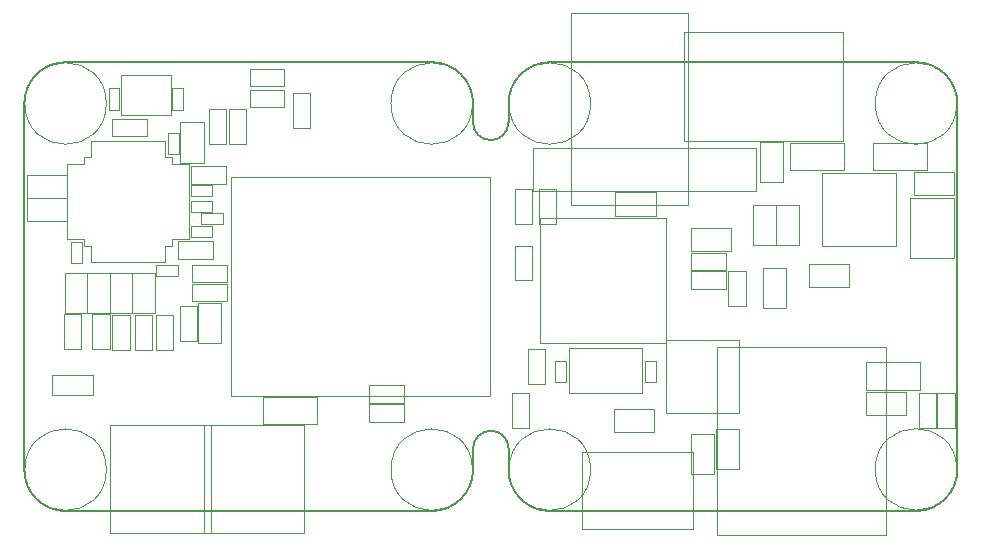
<source format=gbr>
%TF.GenerationSoftware,KiCad,Pcbnew,(6.0.1-0)*%
%TF.CreationDate,2022-02-22T17:31:55+01:00*%
%TF.ProjectId,ethersweep,65746865-7273-4776-9565-702e6b696361,2.0.1*%
%TF.SameCoordinates,Original*%
%TF.FileFunction,Other,User*%
%FSLAX46Y46*%
G04 Gerber Fmt 4.6, Leading zero omitted, Abs format (unit mm)*
G04 Created by KiCad (PCBNEW (6.0.1-0)) date 2022-02-22 17:31:55*
%MOMM*%
%LPD*%
G01*
G04 APERTURE LIST*
%TA.AperFunction,Profile*%
%ADD10C,0.150000*%
%TD*%
%ADD11C,0.050000*%
G04 APERTURE END LIST*
D10*
X184100000Y-31800000D02*
X184100000Y-30200000D01*
X184100000Y-60700000D02*
X184100000Y-59400000D01*
X180600000Y-26700000D02*
X149600000Y-26700000D01*
X149600000Y-26700000D02*
G75*
G03*
X146100000Y-30200000I-1J-3499999D01*
G01*
X184100000Y-30200000D02*
G75*
G03*
X180600000Y-26700000I-3499999J1D01*
G01*
X180600000Y-64700000D02*
G75*
G03*
X184100000Y-61200000I1J3499999D01*
G01*
X146100000Y-30200000D02*
X146100000Y-61200000D01*
X149600000Y-64700000D02*
X180600000Y-64700000D01*
X146100000Y-61200000D02*
G75*
G03*
X149600000Y-64700000I3499999J-1D01*
G01*
X184100000Y-61200000D02*
X184100000Y-60700000D01*
X225100000Y-61200000D02*
X225100000Y-30200000D01*
X190600000Y-64700000D02*
X221600000Y-64700000D01*
X187100000Y-61200000D02*
G75*
G03*
X190600000Y-64700000I3499999J-1D01*
G01*
X221600000Y-64700000D02*
G75*
G03*
X225100000Y-61200000I1J3499999D01*
G01*
X190600000Y-26700000D02*
G75*
G03*
X187100000Y-30200000I-1J-3499999D01*
G01*
X190600000Y-26700000D02*
X221600000Y-26700000D01*
X187100000Y-30200000D02*
X187100000Y-30700000D01*
X187100000Y-61200000D02*
X187100000Y-59400000D01*
X187100000Y-31800000D02*
X187100000Y-30700000D01*
X225100000Y-30200000D02*
G75*
G03*
X221600000Y-26700000I-3499999J1D01*
G01*
X184099404Y-31800002D02*
G75*
G03*
X187100000Y-31800000I1500298J-298D01*
G01*
X187100596Y-59399998D02*
G75*
G03*
X184100000Y-59400000I-1500298J298D01*
G01*
D11*
X159110000Y-44760000D02*
X157290000Y-44760000D01*
X157290000Y-43840000D02*
X159110000Y-43840000D01*
X157290000Y-44760000D02*
X157290000Y-43840000D01*
X159110000Y-43840000D02*
X159110000Y-44760000D01*
X150960000Y-41890000D02*
X150960000Y-43710000D01*
X150960000Y-43710000D02*
X150040000Y-43710000D01*
X150040000Y-41890000D02*
X150960000Y-41890000D01*
X150040000Y-43710000D02*
X150040000Y-41890000D01*
X161280000Y-35200000D02*
X159320000Y-35200000D01*
X159320000Y-31800000D02*
X161280000Y-31800000D01*
X161280000Y-31800000D02*
X161280000Y-35200000D01*
X159320000Y-35200000D02*
X159320000Y-31800000D01*
X148450000Y-54850000D02*
X148450000Y-53150000D01*
X151950000Y-53150000D02*
X151950000Y-54850000D01*
X151950000Y-54850000D02*
X148450000Y-54850000D01*
X148450000Y-53150000D02*
X151950000Y-53150000D01*
X185520000Y-36450000D02*
X163620000Y-36450000D01*
X163620000Y-36450000D02*
X163620000Y-54950000D01*
X163620000Y-54950000D02*
X185520000Y-54950000D01*
X185520000Y-54950000D02*
X185520000Y-36450000D01*
X184050000Y-30200000D02*
G75*
G03*
X184050000Y-30200000I-3450000J0D01*
G01*
X153050000Y-30200000D02*
G75*
G03*
X153050000Y-30200000I-3450000J0D01*
G01*
X153050000Y-61200000D02*
G75*
G03*
X153050000Y-61200000I-3450000J0D01*
G01*
X184050000Y-61200000D02*
G75*
G03*
X184050000Y-61200000I-3450000J0D01*
G01*
X175320000Y-57130000D02*
X175320000Y-55670000D01*
X178280000Y-57130000D02*
X175320000Y-57130000D01*
X178280000Y-55670000D02*
X178280000Y-57130000D01*
X175320000Y-55670000D02*
X178280000Y-55670000D01*
X158500000Y-31200000D02*
X158500000Y-27800000D01*
X154300000Y-31200000D02*
X158500000Y-31200000D01*
X158500000Y-27800000D02*
X154300000Y-27800000D01*
X154300000Y-27800000D02*
X154300000Y-31200000D01*
X160210000Y-38010000D02*
X160210000Y-37090000D01*
X160210000Y-37090000D02*
X162030000Y-37090000D01*
X162030000Y-37090000D02*
X162030000Y-38010000D01*
X162030000Y-38010000D02*
X160210000Y-38010000D01*
X151150000Y-41650000D02*
X151150000Y-42250000D01*
X158050000Y-43650000D02*
X154900000Y-43650000D01*
X151150000Y-35350000D02*
X151150000Y-34750000D01*
X160050000Y-41650000D02*
X158650000Y-41650000D01*
X158050000Y-33350000D02*
X154900000Y-33350000D01*
X158650000Y-35350000D02*
X158650000Y-34750000D01*
X160050000Y-38500000D02*
X160050000Y-35350000D01*
X158650000Y-42250000D02*
X158050000Y-42250000D01*
X149750000Y-38500000D02*
X149750000Y-35350000D01*
X151150000Y-42250000D02*
X151750000Y-42250000D01*
X158050000Y-34750000D02*
X158050000Y-33350000D01*
X149750000Y-38500000D02*
X149750000Y-41650000D01*
X158650000Y-41650000D02*
X158650000Y-42250000D01*
X151750000Y-33350000D02*
X154900000Y-33350000D01*
X151750000Y-43650000D02*
X154900000Y-43650000D01*
X160050000Y-35350000D02*
X158650000Y-35350000D01*
X151750000Y-42250000D02*
X151750000Y-43650000D01*
X158050000Y-42250000D02*
X158050000Y-43650000D01*
X149750000Y-41650000D02*
X151150000Y-41650000D01*
X149750000Y-35350000D02*
X151150000Y-35350000D01*
X151750000Y-34750000D02*
X151750000Y-33350000D01*
X151150000Y-34750000D02*
X151750000Y-34750000D01*
X160050000Y-38500000D02*
X160050000Y-41650000D01*
X158650000Y-34750000D02*
X158050000Y-34750000D01*
X163180000Y-36980000D02*
X160220000Y-36980000D01*
X160220000Y-36980000D02*
X160220000Y-35520000D01*
X163180000Y-35520000D02*
X163180000Y-36980000D01*
X160220000Y-35520000D02*
X163180000Y-35520000D01*
X175320000Y-54070000D02*
X178280000Y-54070000D01*
X178280000Y-54070000D02*
X178280000Y-55530000D01*
X175320000Y-55530000D02*
X175320000Y-54070000D01*
X178280000Y-55530000D02*
X175320000Y-55530000D01*
X154160000Y-28890000D02*
X154160000Y-30710000D01*
X154160000Y-30710000D02*
X153240000Y-30710000D01*
X153240000Y-28890000D02*
X154160000Y-28890000D01*
X153240000Y-30710000D02*
X153240000Y-28890000D01*
X158640000Y-28890000D02*
X159560000Y-28890000D01*
X158640000Y-30710000D02*
X158640000Y-28890000D01*
X159560000Y-28890000D02*
X159560000Y-30710000D01*
X159560000Y-30710000D02*
X158640000Y-30710000D01*
X161900000Y-66600000D02*
X161900000Y-57400000D01*
X161900000Y-57400000D02*
X153400000Y-57400000D01*
X153400000Y-66600000D02*
X161900000Y-66600000D01*
X153400000Y-57400000D02*
X153400000Y-66600000D01*
X169800000Y-57400000D02*
X161300000Y-57400000D01*
X161300000Y-57400000D02*
X161300000Y-66600000D01*
X161300000Y-66600000D02*
X169800000Y-66600000D01*
X169800000Y-66600000D02*
X169800000Y-57400000D01*
X170330000Y-32280000D02*
X168870000Y-32280000D01*
X168870000Y-29320000D02*
X170330000Y-29320000D01*
X168870000Y-32280000D02*
X168870000Y-29320000D01*
X170330000Y-29320000D02*
X170330000Y-32280000D01*
X149700000Y-38180000D02*
X146300000Y-38180000D01*
X146300000Y-36220000D02*
X149700000Y-36220000D01*
X146300000Y-38180000D02*
X146300000Y-36220000D01*
X149700000Y-36220000D02*
X149700000Y-38180000D01*
X159160000Y-32690000D02*
X159160000Y-34510000D01*
X159160000Y-34510000D02*
X158240000Y-34510000D01*
X158240000Y-32690000D02*
X159160000Y-32690000D01*
X158240000Y-34510000D02*
X158240000Y-32690000D01*
X161090000Y-39440000D02*
X162910000Y-39440000D01*
X162910000Y-40360000D02*
X161090000Y-40360000D01*
X162910000Y-39440000D02*
X162910000Y-40360000D01*
X161090000Y-40360000D02*
X161090000Y-39440000D01*
X162010000Y-38440000D02*
X162010000Y-39360000D01*
X160190000Y-38440000D02*
X162010000Y-38440000D01*
X160190000Y-39360000D02*
X160190000Y-38440000D01*
X162010000Y-39360000D02*
X160190000Y-39360000D01*
X155470000Y-51030000D02*
X155470000Y-48070000D01*
X155470000Y-48070000D02*
X156930000Y-48070000D01*
X156930000Y-48070000D02*
X156930000Y-51030000D01*
X156930000Y-51030000D02*
X155470000Y-51030000D01*
X155250000Y-44570000D02*
X157150000Y-44570000D01*
X157150000Y-44570000D02*
X157150000Y-47930000D01*
X155250000Y-47930000D02*
X155250000Y-44570000D01*
X157150000Y-47930000D02*
X155250000Y-47930000D01*
X155250000Y-44570000D02*
X155250000Y-47930000D01*
X153350000Y-44570000D02*
X155250000Y-44570000D01*
X155250000Y-47930000D02*
X153350000Y-47930000D01*
X153350000Y-47930000D02*
X153350000Y-44570000D01*
X153350000Y-44570000D02*
X153350000Y-47930000D01*
X151450000Y-44570000D02*
X153350000Y-44570000D01*
X151450000Y-47930000D02*
X151450000Y-44570000D01*
X153350000Y-47930000D02*
X151450000Y-47930000D01*
X149550000Y-47930000D02*
X149550000Y-44570000D01*
X149550000Y-44570000D02*
X151450000Y-44570000D01*
X151450000Y-44570000D02*
X151450000Y-47930000D01*
X151450000Y-47930000D02*
X149550000Y-47930000D01*
X157270000Y-48070000D02*
X158730000Y-48070000D01*
X158730000Y-48070000D02*
X158730000Y-51030000D01*
X157270000Y-51030000D02*
X157270000Y-48070000D01*
X158730000Y-51030000D02*
X157270000Y-51030000D01*
X162010000Y-40540000D02*
X162010000Y-41460000D01*
X160190000Y-40540000D02*
X162010000Y-40540000D01*
X160190000Y-41460000D02*
X160190000Y-40540000D01*
X162010000Y-41460000D02*
X160190000Y-41460000D01*
X163280000Y-43870000D02*
X163280000Y-45330000D01*
X163280000Y-45330000D02*
X160320000Y-45330000D01*
X160320000Y-43870000D02*
X163280000Y-43870000D01*
X160320000Y-45330000D02*
X160320000Y-43870000D01*
X163280000Y-46930000D02*
X160320000Y-46930000D01*
X163280000Y-45470000D02*
X163280000Y-46930000D01*
X160320000Y-45470000D02*
X163280000Y-45470000D01*
X160320000Y-46930000D02*
X160320000Y-45470000D01*
X149700000Y-38220000D02*
X149700000Y-40180000D01*
X149700000Y-40180000D02*
X146300000Y-40180000D01*
X146300000Y-38220000D02*
X149700000Y-38220000D01*
X146300000Y-40180000D02*
X146300000Y-38220000D01*
X166300000Y-57350000D02*
X166300000Y-55050000D01*
X166300000Y-55050000D02*
X170900000Y-55050000D01*
X170900000Y-57350000D02*
X166300000Y-57350000D01*
X170900000Y-55050000D02*
X170900000Y-57350000D01*
X159270000Y-50280000D02*
X159270000Y-47320000D01*
X160730000Y-47320000D02*
X160730000Y-50280000D01*
X159270000Y-47320000D02*
X160730000Y-47320000D01*
X160730000Y-50280000D02*
X159270000Y-50280000D01*
X217350000Y-54420000D02*
X217350000Y-52120000D01*
X221950000Y-54420000D02*
X217350000Y-54420000D01*
X217350000Y-52120000D02*
X221950000Y-52120000D01*
X221950000Y-52120000D02*
X221950000Y-54420000D01*
X220750000Y-56550000D02*
X217350000Y-56550000D01*
X220750000Y-54590000D02*
X220750000Y-56550000D01*
X217350000Y-56550000D02*
X217350000Y-54590000D01*
X217350000Y-54590000D02*
X220750000Y-54590000D01*
X205530000Y-45880000D02*
X202570000Y-45880000D01*
X205530000Y-44420000D02*
X205530000Y-45880000D01*
X202570000Y-45880000D02*
X202570000Y-44420000D01*
X202570000Y-44420000D02*
X205530000Y-44420000D01*
X205530000Y-42820000D02*
X205530000Y-44280000D01*
X202570000Y-44280000D02*
X202570000Y-42820000D01*
X202570000Y-42820000D02*
X205530000Y-42820000D01*
X205530000Y-44280000D02*
X202570000Y-44280000D01*
X189800000Y-39900000D02*
X200400000Y-39900000D01*
X189800000Y-50500000D02*
X189800000Y-39900000D01*
X200400000Y-50500000D02*
X200400000Y-39900000D01*
X189800000Y-50500000D02*
X200400000Y-50500000D01*
X208670000Y-47520000D02*
X208670000Y-44120000D01*
X210630000Y-47520000D02*
X208670000Y-47520000D01*
X208670000Y-44120000D02*
X210630000Y-44120000D01*
X210630000Y-44120000D02*
X210630000Y-47520000D01*
X194050000Y-30200000D02*
G75*
G03*
X194050000Y-30200000I-3450000J0D01*
G01*
X191960000Y-53810000D02*
X191040000Y-53810000D01*
X191960000Y-51990000D02*
X191960000Y-53810000D01*
X191040000Y-53810000D02*
X191040000Y-51990000D01*
X191040000Y-51990000D02*
X191960000Y-51990000D01*
X199550000Y-39680000D02*
X196150000Y-39680000D01*
X196150000Y-37720000D02*
X199550000Y-37720000D01*
X196150000Y-39680000D02*
X196150000Y-37720000D01*
X199550000Y-37720000D02*
X199550000Y-39680000D01*
X199560000Y-51990000D02*
X199560000Y-53810000D01*
X198640000Y-51990000D02*
X199560000Y-51990000D01*
X199560000Y-53810000D02*
X198640000Y-53810000D01*
X198640000Y-53810000D02*
X198640000Y-51990000D01*
X225050000Y-30200000D02*
G75*
G03*
X225050000Y-30200000I-3450000J0D01*
G01*
X194050000Y-61200000D02*
G75*
G03*
X194050000Y-61200000I-3450000J0D01*
G01*
X192380000Y-38800000D02*
X202280000Y-38800000D01*
X202280000Y-38800000D02*
X202280000Y-22510000D01*
X192380000Y-22510000D02*
X192380000Y-38800000D01*
X202280000Y-22510000D02*
X192380000Y-22510000D01*
X225050000Y-61175001D02*
G75*
G03*
X225050000Y-61175001I-3450000J0D01*
G01*
X189200000Y-37600000D02*
X208050000Y-37600000D01*
X208050000Y-37600000D02*
X208050000Y-34000000D01*
X189200000Y-34000000D02*
X189200000Y-37600000D01*
X208050000Y-34000000D02*
X189200000Y-34000000D01*
X192200000Y-50900000D02*
X192200000Y-54700000D01*
X198400000Y-50900000D02*
X192200000Y-50900000D01*
X198400000Y-54700000D02*
X198400000Y-50900000D01*
X192200000Y-54700000D02*
X198400000Y-54700000D01*
X191130000Y-37420000D02*
X191130000Y-40380000D01*
X189670000Y-40380000D02*
X189670000Y-37420000D01*
X191130000Y-40380000D02*
X189670000Y-40380000D01*
X189670000Y-37420000D02*
X191130000Y-37420000D01*
X187670000Y-37420000D02*
X189130000Y-37420000D01*
X189130000Y-40380000D02*
X187670000Y-40380000D01*
X187670000Y-40380000D02*
X187670000Y-37420000D01*
X189130000Y-37420000D02*
X189130000Y-40380000D01*
X207180000Y-47350000D02*
X205720000Y-47350000D01*
X205720000Y-44390000D02*
X207180000Y-44390000D01*
X207180000Y-44390000D02*
X207180000Y-47350000D01*
X205720000Y-47350000D02*
X205720000Y-44390000D01*
X189080000Y-42220000D02*
X189080000Y-45180000D01*
X189080000Y-45180000D02*
X187620000Y-45180000D01*
X187620000Y-42220000D02*
X189080000Y-42220000D01*
X187620000Y-45180000D02*
X187620000Y-42220000D01*
X187390000Y-57700000D02*
X187390000Y-54740000D01*
X187390000Y-54740000D02*
X188850000Y-54740000D01*
X188850000Y-57700000D02*
X187390000Y-57700000D01*
X188850000Y-54740000D02*
X188850000Y-57700000D01*
X219870000Y-42270000D02*
X219870000Y-36070000D01*
X213670000Y-36070000D02*
X213670000Y-42270000D01*
X219870000Y-36070000D02*
X213670000Y-36070000D01*
X213670000Y-42270000D02*
X219870000Y-42270000D01*
X217970000Y-35790000D02*
X217970000Y-33550000D01*
X222530000Y-33550000D02*
X222530000Y-35790000D01*
X217970000Y-33550000D02*
X222530000Y-33550000D01*
X222530000Y-35790000D02*
X217970000Y-35790000D01*
X212500000Y-43790000D02*
X215900000Y-43790000D01*
X215900000Y-45750000D02*
X212500000Y-45750000D01*
X215900000Y-43790000D02*
X215900000Y-45750000D01*
X212500000Y-45750000D02*
X212500000Y-43790000D01*
X209730000Y-38770000D02*
X209730000Y-42170000D01*
X207770000Y-38770000D02*
X209730000Y-38770000D01*
X207770000Y-42170000D02*
X207770000Y-38770000D01*
X209730000Y-42170000D02*
X207770000Y-42170000D01*
X188720000Y-53950000D02*
X188720000Y-50990000D01*
X188720000Y-50990000D02*
X190180000Y-50990000D01*
X190180000Y-50990000D02*
X190180000Y-53950000D01*
X190180000Y-53950000D02*
X188720000Y-53950000D01*
X160850000Y-50480000D02*
X160850000Y-47120000D01*
X162750000Y-50480000D02*
X160850000Y-50480000D01*
X160850000Y-47120000D02*
X162750000Y-47120000D01*
X162750000Y-47120000D02*
X162750000Y-50480000D01*
X156480000Y-32930000D02*
X153520000Y-32930000D01*
X153520000Y-31470000D02*
X156480000Y-31470000D01*
X153520000Y-32930000D02*
X153520000Y-31470000D01*
X156480000Y-31470000D02*
X156480000Y-32930000D01*
X162080000Y-41870000D02*
X162080000Y-43330000D01*
X159120000Y-41870000D02*
X162080000Y-41870000D01*
X162080000Y-43330000D02*
X159120000Y-43330000D01*
X159120000Y-43330000D02*
X159120000Y-41870000D01*
X149470000Y-48020000D02*
X150930000Y-48020000D01*
X150930000Y-50980000D02*
X149470000Y-50980000D01*
X149470000Y-50980000D02*
X149470000Y-48020000D01*
X150930000Y-48020000D02*
X150930000Y-50980000D01*
X151870000Y-50980000D02*
X151870000Y-48020000D01*
X151870000Y-48020000D02*
X153330000Y-48020000D01*
X153330000Y-48020000D02*
X153330000Y-50980000D01*
X153330000Y-50980000D02*
X151870000Y-50980000D01*
X153570000Y-51030000D02*
X153570000Y-48070000D01*
X155030000Y-48070000D02*
X155030000Y-51030000D01*
X155030000Y-51030000D02*
X153570000Y-51030000D01*
X153570000Y-48070000D02*
X155030000Y-48070000D01*
X168130000Y-27240000D02*
X168130000Y-28700000D01*
X165170000Y-28700000D02*
X165170000Y-27240000D01*
X165170000Y-27240000D02*
X168130000Y-27240000D01*
X168130000Y-28700000D02*
X165170000Y-28700000D01*
X163420000Y-33650000D02*
X163420000Y-30690000D01*
X164880000Y-30690000D02*
X164880000Y-33650000D01*
X164880000Y-33650000D02*
X163420000Y-33650000D01*
X163420000Y-30690000D02*
X164880000Y-30690000D01*
X161720000Y-30665000D02*
X163180000Y-30665000D01*
X163180000Y-30665000D02*
X163180000Y-33625000D01*
X161720000Y-33625000D02*
X161720000Y-30665000D01*
X163180000Y-33625000D02*
X161720000Y-33625000D01*
X168130000Y-29040000D02*
X168130000Y-30500000D01*
X165170000Y-29040000D02*
X168130000Y-29040000D01*
X165170000Y-30500000D02*
X165170000Y-29040000D01*
X168130000Y-30500000D02*
X165170000Y-30500000D01*
X202550000Y-42700000D02*
X202550000Y-40740000D01*
X205950000Y-42700000D02*
X202550000Y-42700000D01*
X202550000Y-40740000D02*
X205950000Y-40740000D01*
X205950000Y-40740000D02*
X205950000Y-42700000D01*
X204530000Y-61570000D02*
X202570000Y-61570000D01*
X204530000Y-58170000D02*
X204530000Y-61570000D01*
X202570000Y-58170000D02*
X204530000Y-58170000D01*
X202570000Y-61570000D02*
X202570000Y-58170000D01*
X204670000Y-61170000D02*
X204670000Y-57770000D01*
X204670000Y-57770000D02*
X206630000Y-57770000D01*
X206630000Y-57770000D02*
X206630000Y-61170000D01*
X206630000Y-61170000D02*
X204670000Y-61170000D01*
X199400000Y-56090000D02*
X199400000Y-58050000D01*
X196000000Y-56090000D02*
X199400000Y-56090000D01*
X196000000Y-58050000D02*
X196000000Y-56090000D01*
X199400000Y-58050000D02*
X196000000Y-58050000D01*
X206650000Y-50220000D02*
X200450000Y-50220000D01*
X206650000Y-56420000D02*
X206650000Y-50220000D01*
X200450000Y-50220000D02*
X200450000Y-56420000D01*
X200450000Y-56420000D02*
X206650000Y-56420000D01*
X208370000Y-36870000D02*
X208370000Y-33470000D01*
X208370000Y-33470000D02*
X210330000Y-33470000D01*
X210330000Y-36870000D02*
X208370000Y-36870000D01*
X210330000Y-33470000D02*
X210330000Y-36870000D01*
X221430000Y-35990000D02*
X224830000Y-35990000D01*
X224830000Y-35990000D02*
X224830000Y-37950000D01*
X221430000Y-37950000D02*
X221430000Y-35990000D01*
X224830000Y-37950000D02*
X221430000Y-37950000D01*
X223420000Y-54690000D02*
X224880000Y-54690000D01*
X224880000Y-57650000D02*
X223420000Y-57650000D01*
X224880000Y-54690000D02*
X224880000Y-57650000D01*
X223420000Y-57650000D02*
X223420000Y-54690000D01*
X193350000Y-66220000D02*
X193350000Y-59720000D01*
X202750000Y-66220000D02*
X193350000Y-66220000D01*
X193350000Y-59720000D02*
X202750000Y-59720000D01*
X202750000Y-59720000D02*
X202750000Y-66220000D01*
X215450000Y-24170000D02*
X201950000Y-24170000D01*
X215450000Y-33370000D02*
X215450000Y-24170000D01*
X201950000Y-24170000D02*
X201950000Y-33370000D01*
X201950000Y-33370000D02*
X215450000Y-33370000D01*
X219050000Y-66700000D02*
X219050000Y-50850000D01*
X204750000Y-66700000D02*
X204750000Y-50850000D01*
X219050000Y-50850000D02*
X204750000Y-50850000D01*
X219050000Y-66700000D02*
X204750000Y-66700000D01*
X215530000Y-33550000D02*
X215530000Y-35790000D01*
X215530000Y-35790000D02*
X210970000Y-35790000D01*
X210970000Y-33550000D02*
X215530000Y-33550000D01*
X210970000Y-35790000D02*
X210970000Y-33550000D01*
X211730000Y-38770000D02*
X211730000Y-42170000D01*
X211730000Y-42170000D02*
X209770000Y-42170000D01*
X209770000Y-38770000D02*
X211730000Y-38770000D01*
X209770000Y-42170000D02*
X209770000Y-38770000D01*
X221100000Y-43320000D02*
X221100000Y-38220000D01*
X221100000Y-38220000D02*
X224800000Y-38220000D01*
X224800000Y-43320000D02*
X221100000Y-43320000D01*
X224800000Y-38220000D02*
X224800000Y-43320000D01*
X223280000Y-57650000D02*
X221820000Y-57650000D01*
X223280000Y-54690000D02*
X223280000Y-57650000D01*
X221820000Y-57650000D02*
X221820000Y-54690000D01*
X221820000Y-54690000D02*
X223280000Y-54690000D01*
M02*

</source>
